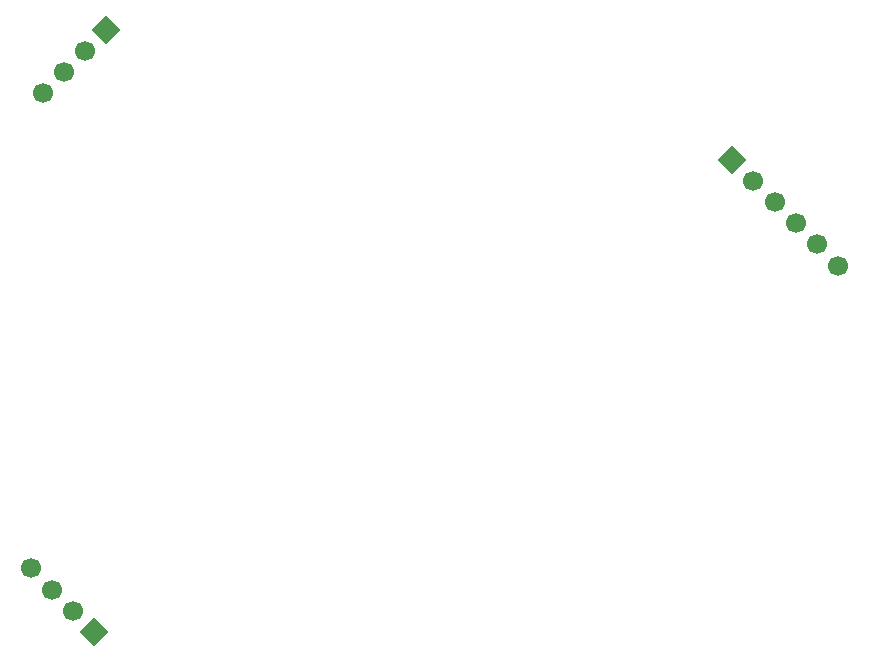
<source format=gbs>
G04 #@! TF.GenerationSoftware,KiCad,Pcbnew,6.0.11-2627ca5db0~126~ubuntu20.04.1*
G04 #@! TF.CreationDate,2023-04-28T08:06:44+02:00*
G04 #@! TF.ProjectId,Semafor_top,53656d61-666f-4725-9f74-6f702e6b6963,rev?*
G04 #@! TF.SameCoordinates,Original*
G04 #@! TF.FileFunction,Soldermask,Bot*
G04 #@! TF.FilePolarity,Negative*
%FSLAX46Y46*%
G04 Gerber Fmt 4.6, Leading zero omitted, Abs format (unit mm)*
G04 Created by KiCad (PCBNEW 6.0.11-2627ca5db0~126~ubuntu20.04.1) date 2023-04-28 08:06:44*
%MOMM*%
%LPD*%
G01*
G04 APERTURE LIST*
G04 Aperture macros list*
%AMHorizOval*
0 Thick line with rounded ends*
0 $1 width*
0 $2 $3 position (X,Y) of the first rounded end (center of the circle)*
0 $4 $5 position (X,Y) of the second rounded end (center of the circle)*
0 Add line between two ends*
20,1,$1,$2,$3,$4,$5,0*
0 Add two circle primitives to create the rounded ends*
1,1,$1,$2,$3*
1,1,$1,$4,$5*%
%AMRotRect*
0 Rectangle, with rotation*
0 The origin of the aperture is its center*
0 $1 length*
0 $2 width*
0 $3 Rotation angle, in degrees counterclockwise*
0 Add horizontal line*
21,1,$1,$2,0,0,$3*%
G04 Aperture macros list end*
%ADD10RotRect,1.700000X1.700000X45.000000*%
%ADD11HorizOval,1.700000X0.000000X0.000000X0.000000X0.000000X0*%
%ADD12RotRect,1.700000X1.700000X225.000000*%
%ADD13HorizOval,1.700000X0.000000X0.000000X0.000000X0.000000X0*%
%ADD14RotRect,1.700000X1.700000X135.000000*%
%ADD15HorizOval,1.700000X0.000000X0.000000X0.000000X0.000000X0*%
G04 APERTURE END LIST*
D10*
G04 #@! TO.C,J7*
X131000000Y-124000000D03*
D11*
X129203949Y-122203949D03*
X127407898Y-120407898D03*
X125611846Y-118611846D03*
G04 #@! TD*
D12*
G04 #@! TO.C,J6*
X185000000Y-84000000D03*
D13*
X186796051Y-85796051D03*
X188592102Y-87592102D03*
X190388154Y-89388154D03*
X192184205Y-91184205D03*
X193980256Y-92980256D03*
G04 #@! TD*
D14*
G04 #@! TO.C,J5*
X132000000Y-73000000D03*
D15*
X130203949Y-74796051D03*
X128407898Y-76592102D03*
X126611846Y-78388154D03*
G04 #@! TD*
M02*

</source>
